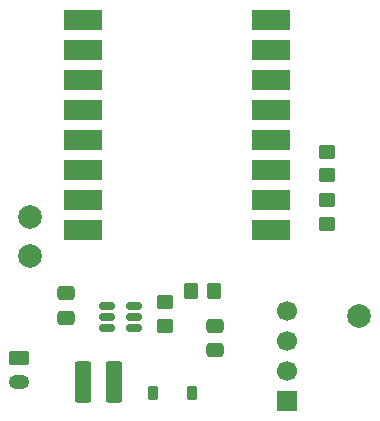
<source format=gbr>
%TF.GenerationSoftware,KiCad,Pcbnew,9.0.2*%
%TF.CreationDate,2025-08-08T22:56:01+08:00*%
%TF.ProjectId,lipo-chargable-espc3-weather-station,6c69706f-2d63-4686-9172-6761626c652d,rev?*%
%TF.SameCoordinates,Original*%
%TF.FileFunction,Soldermask,Top*%
%TF.FilePolarity,Negative*%
%FSLAX46Y46*%
G04 Gerber Fmt 4.6, Leading zero omitted, Abs format (unit mm)*
G04 Created by KiCad (PCBNEW 9.0.2) date 2025-08-08 22:56:01*
%MOMM*%
%LPD*%
G01*
G04 APERTURE LIST*
G04 Aperture macros list*
%AMRoundRect*
0 Rectangle with rounded corners*
0 $1 Rounding radius*
0 $2 $3 $4 $5 $6 $7 $8 $9 X,Y pos of 4 corners*
0 Add a 4 corners polygon primitive as box body*
4,1,4,$2,$3,$4,$5,$6,$7,$8,$9,$2,$3,0*
0 Add four circle primitives for the rounded corners*
1,1,$1+$1,$2,$3*
1,1,$1+$1,$4,$5*
1,1,$1+$1,$6,$7*
1,1,$1+$1,$8,$9*
0 Add four rect primitives between the rounded corners*
20,1,$1+$1,$2,$3,$4,$5,0*
20,1,$1+$1,$4,$5,$6,$7,0*
20,1,$1+$1,$6,$7,$8,$9,0*
20,1,$1+$1,$8,$9,$2,$3,0*%
G04 Aperture macros list end*
%ADD10RoundRect,0.102000X-1.512500X-0.762000X1.512500X-0.762000X1.512500X0.762000X-1.512500X0.762000X0*%
%ADD11RoundRect,0.250000X0.475000X-0.337500X0.475000X0.337500X-0.475000X0.337500X-0.475000X-0.337500X0*%
%ADD12C,2.000000*%
%ADD13RoundRect,0.250000X-0.450000X0.350000X-0.450000X-0.350000X0.450000X-0.350000X0.450000X0.350000X0*%
%ADD14RoundRect,0.250000X0.350000X0.450000X-0.350000X0.450000X-0.350000X-0.450000X0.350000X-0.450000X0*%
%ADD15RoundRect,0.150000X0.512500X0.150000X-0.512500X0.150000X-0.512500X-0.150000X0.512500X-0.150000X0*%
%ADD16R,1.700000X1.700000*%
%ADD17C,1.700000*%
%ADD18RoundRect,0.210000X-0.490000X-1.540000X0.490000X-1.540000X0.490000X1.540000X-0.490000X1.540000X0*%
%ADD19RoundRect,0.250000X-0.625000X0.350000X-0.625000X-0.350000X0.625000X-0.350000X0.625000X0.350000X0*%
%ADD20O,1.750000X1.200000*%
%ADD21RoundRect,0.225000X0.225000X0.375000X-0.225000X0.375000X-0.225000X-0.375000X0.225000X-0.375000X0*%
G04 APERTURE END LIST*
D10*
%TO.C,U2*%
X161604200Y-101047200D03*
X161604200Y-98507200D03*
X161604200Y-95967200D03*
X161604200Y-93427200D03*
X161604200Y-88347200D03*
X161604200Y-90887200D03*
X145634200Y-83267200D03*
X161604200Y-83267200D03*
X145634200Y-85807200D03*
X145634200Y-88347200D03*
X145634200Y-90887200D03*
X145634200Y-93427200D03*
X145634200Y-95967200D03*
X145634200Y-98507200D03*
X145634200Y-101047200D03*
X161604200Y-85807200D03*
%TD*%
D11*
%TO.C,C1*%
X144221200Y-108479500D03*
X144221200Y-106404500D03*
%TD*%
D12*
%TO.C,TP2*%
X141173200Y-99923600D03*
%TD*%
D13*
%TO.C,R3*%
X166303000Y-94405002D03*
X166303000Y-96405002D03*
%TD*%
D14*
%TO.C,R1*%
X156752800Y-106222800D03*
X154752800Y-106222800D03*
%TD*%
D13*
%TO.C,R4*%
X166319200Y-98501201D03*
X166319200Y-100501201D03*
%TD*%
%TO.C,R2*%
X152552400Y-107153200D03*
X152552400Y-109153200D03*
%TD*%
D15*
%TO.C,U1*%
X149981500Y-109357200D03*
X149981500Y-108407200D03*
X149981500Y-107457200D03*
X147706500Y-107457200D03*
X147706500Y-108407200D03*
X147706500Y-109357200D03*
%TD*%
D16*
%TO.C,J2*%
X162915600Y-115519200D03*
D17*
X162915600Y-112979200D03*
X162915600Y-110439200D03*
X162915600Y-107899200D03*
%TD*%
D12*
%TO.C,TP1*%
X141173200Y-103225600D03*
%TD*%
%TO.C,TP3*%
X169011600Y-108356400D03*
%TD*%
D18*
%TO.C,L1*%
X145664400Y-113893600D03*
X148264400Y-113893600D03*
%TD*%
D19*
%TO.C,J1*%
X140258799Y-111893599D03*
D20*
X140258799Y-113893599D03*
%TD*%
D21*
%TO.C,D1*%
X154862800Y-114858800D03*
X151562800Y-114858800D03*
%TD*%
D11*
%TO.C,C2*%
X156819600Y-111244200D03*
X156819600Y-109169200D03*
%TD*%
M02*

</source>
